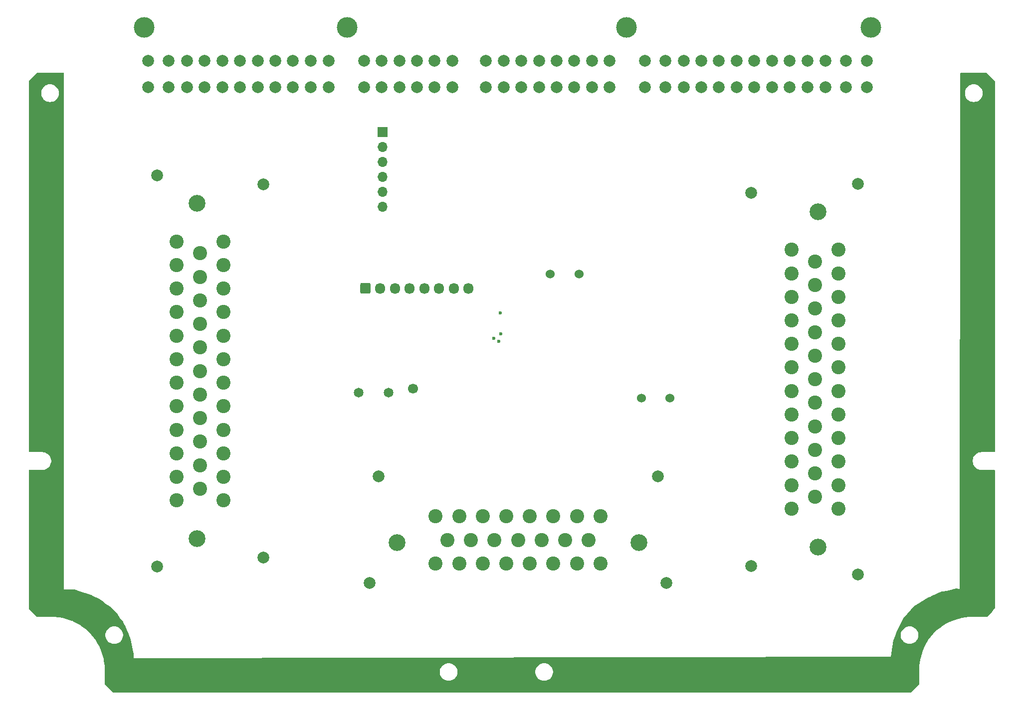
<source format=gbs>
G04 #@! TF.GenerationSoftware,KiCad,Pcbnew,7.0.10-7.0.10~ubuntu22.04.1*
G04 #@! TF.CreationDate,2024-01-11T23:20:31+00:00*
G04 #@! TF.ProjectId,test123,74657374-3132-4332-9e6b-696361645f70,a*
G04 #@! TF.SameCoordinates,Original*
G04 #@! TF.FileFunction,Soldermask,Bot*
G04 #@! TF.FilePolarity,Negative*
%FSLAX46Y46*%
G04 Gerber Fmt 4.6, Leading zero omitted, Abs format (unit mm)*
G04 Created by KiCad (PCBNEW 7.0.10-7.0.10~ubuntu22.04.1) date 2024-01-11 23:20:31*
%MOMM*%
%LPD*%
G01*
G04 APERTURE LIST*
%ADD10C,1.700000*%
%ADD11C,0.599999*%
%ADD12C,3.500000*%
%ADD13C,2.000000*%
%ADD14R,1.700000X1.700000*%
%ADD15O,1.700000X1.700000*%
%ADD16C,1.650000*%
%ADD17C,2.850000*%
%ADD18C,2.400000*%
%ADD19O,1.700000X1.850000*%
%ADD20C,1.524000*%
G04 APERTURE END LIST*
D10*
G04 #@! TO.C,P1*
X106698400Y76891600D03*
G04 #@! TD*
D11*
G04 #@! TO.C,M2*
X121248397Y84919925D03*
X120373395Y85444925D03*
X121548399Y86194923D03*
X121473396Y89744924D03*
G04 #@! TD*
D12*
G04 #@! TO.C,J1*
X61050000Y138300000D03*
X95500000Y138300000D03*
X142900000Y138300000D03*
X184350000Y138300000D03*
D13*
X183700000Y128100000D03*
X183700000Y132600000D03*
X180200000Y128100000D03*
X180200000Y132600000D03*
X176700000Y128100000D03*
X176700000Y132600000D03*
X173600000Y128100000D03*
X173600000Y132600000D03*
X170600000Y128100000D03*
X170600000Y132600000D03*
X167600000Y128100000D03*
X167600000Y132600000D03*
X164600000Y128100000D03*
X164600000Y132600000D03*
X161600000Y128100000D03*
X161600000Y132600000D03*
X158600000Y128100000D03*
X158600000Y132600000D03*
X155600000Y128100000D03*
X155600000Y132600000D03*
X152600000Y128100000D03*
X152600000Y132600000D03*
X149500000Y128100000D03*
X149500000Y132600000D03*
X146000000Y128100000D03*
X146000000Y132600000D03*
X140050000Y128100000D03*
X140050000Y132600000D03*
X137050000Y128100000D03*
X137050000Y132600000D03*
X134050000Y128100000D03*
X134050000Y132600000D03*
X131050000Y128100000D03*
X131050000Y132600000D03*
X128050000Y128100000D03*
X128050000Y132600000D03*
X125050000Y128100000D03*
X125050000Y132600000D03*
X122050000Y128100000D03*
X122050000Y132600000D03*
X119050000Y128100000D03*
X119050000Y132600000D03*
X113350000Y128100000D03*
X113350000Y132600000D03*
X110350000Y128100000D03*
X110350000Y132600000D03*
X107350000Y128100000D03*
X107350000Y132600000D03*
X104350000Y128100000D03*
X104350000Y132600000D03*
X101350000Y128100000D03*
X101350000Y132600000D03*
X98350000Y128100000D03*
X98350000Y132600000D03*
X92400000Y128100000D03*
X92400000Y132600000D03*
X89300000Y128100000D03*
X89300000Y132600000D03*
X86300000Y128100000D03*
X86300000Y132600000D03*
X83300000Y128100000D03*
X83300000Y132600000D03*
X80300000Y128100000D03*
X80300000Y132600000D03*
X77300000Y128100000D03*
X77300000Y132600000D03*
X74300000Y128100000D03*
X74300000Y132600000D03*
X71300000Y128100000D03*
X71300000Y132600000D03*
X68300000Y128100000D03*
X68300000Y132600000D03*
X65200000Y128100000D03*
X65200000Y132600000D03*
X61700000Y128100000D03*
X61700000Y132600000D03*
G04 #@! TD*
D14*
G04 #@! TO.C,J3*
X101523800Y120497600D03*
D15*
X101523800Y117957600D03*
X101523800Y115417600D03*
X101523800Y112877600D03*
X101523800Y110337600D03*
X101523800Y107797600D03*
G04 #@! TD*
D16*
G04 #@! TO.C,F3*
X97418400Y76181600D03*
X102498400Y76181600D03*
G04 #@! TD*
D13*
G04 #@! TO.C,J5*
X63200000Y113100000D03*
X81300000Y111600000D03*
D17*
X70000000Y108400000D03*
X70000000Y51400000D03*
D13*
X81300000Y48200000D03*
X63200000Y46700000D03*
D18*
X74500000Y101900000D03*
X74500000Y97900000D03*
X74500000Y93900000D03*
X74500000Y89900000D03*
X74500000Y85900000D03*
X74500000Y81900000D03*
X74500000Y77900000D03*
X74500000Y73900000D03*
X74500000Y69900000D03*
X74500000Y65900000D03*
X74500000Y61900000D03*
X74500000Y57900000D03*
X70500000Y99900000D03*
X70500000Y95900000D03*
X70500000Y91900000D03*
X70500000Y87900000D03*
X70500000Y83900000D03*
X70500000Y79900000D03*
X70500000Y75900000D03*
X70500000Y71900000D03*
X70500000Y67900000D03*
X70500000Y63900000D03*
X70500000Y59900000D03*
X66500000Y101900000D03*
X66500000Y97900000D03*
X66500000Y93900000D03*
X66500000Y89900000D03*
X66500000Y85900000D03*
X66500000Y81900000D03*
X66500000Y77900000D03*
X66500000Y73900000D03*
X66500000Y69900000D03*
X66500000Y65900000D03*
X66500000Y61900000D03*
X66500000Y57900000D03*
G04 #@! TD*
G04 #@! TO.C,J2*
G36*
G01*
X97733400Y93281500D02*
X97733400Y94631700D01*
G75*
G02*
X97983300Y94881600I249900J0D01*
G01*
X99183500Y94881600D01*
G75*
G02*
X99433400Y94631700I0J-249900D01*
G01*
X99433400Y93281500D01*
G75*
G02*
X99183500Y93031600I-249900J0D01*
G01*
X97983300Y93031600D01*
G75*
G02*
X97733400Y93281500I0J249900D01*
G01*
G37*
D19*
X101083400Y93956600D03*
X103583400Y93956600D03*
X106083400Y93956600D03*
X108583400Y93956600D03*
X111083400Y93956600D03*
X113583400Y93956600D03*
X116083400Y93956600D03*
G04 #@! TD*
D13*
G04 #@! TO.C,J6*
X99300000Y43900000D03*
X100800000Y62000000D03*
D17*
X104000000Y50700000D03*
X145000000Y50700000D03*
D13*
X148200000Y62000000D03*
X149700000Y43900000D03*
D18*
X110500000Y55200000D03*
X114500000Y55200000D03*
X118500000Y55200000D03*
X122500000Y55200000D03*
X126500000Y55200000D03*
X130500000Y55200000D03*
X134500000Y55200000D03*
X138500000Y55200000D03*
X112500000Y51200000D03*
X116500000Y51200000D03*
X120500000Y51200000D03*
X124500000Y51200000D03*
X128500000Y51200000D03*
X132500000Y51200000D03*
X136500000Y51200000D03*
X110500000Y47200000D03*
X114500000Y47200000D03*
X118500000Y47200000D03*
X122500000Y47200000D03*
X126500000Y47200000D03*
X130500000Y47200000D03*
X134500000Y47200000D03*
X138500000Y47200000D03*
G04 #@! TD*
D13*
G04 #@! TO.C,J4*
X182200000Y45300000D03*
X164100000Y46800000D03*
D17*
X175400000Y50000000D03*
X175400000Y107000000D03*
D13*
X164100000Y110200000D03*
X182200000Y111700000D03*
D18*
X170900000Y56500000D03*
X170900000Y60500000D03*
X170900000Y64500000D03*
X170900000Y68500000D03*
X170900000Y72500000D03*
X170900000Y76500000D03*
X170900000Y80500000D03*
X170900000Y84500000D03*
X170900000Y88500000D03*
X170900000Y92500000D03*
X170900000Y96500000D03*
X170900000Y100500000D03*
X174900000Y58500000D03*
X174900000Y62500000D03*
X174900000Y66500000D03*
X174900000Y70500000D03*
X174900000Y74500000D03*
X174900000Y78500000D03*
X174900000Y82500000D03*
X174900000Y86500000D03*
X174900000Y90500000D03*
X174900000Y94500000D03*
X174900000Y98500000D03*
X178900000Y56500000D03*
X178900000Y60500000D03*
X178900000Y64500000D03*
X178900000Y68500000D03*
X178900000Y72500000D03*
X178900000Y76500000D03*
X178900000Y80500000D03*
X178900000Y84500000D03*
X178900000Y88500000D03*
X178900000Y92500000D03*
X178900000Y96500000D03*
X178900000Y100500000D03*
G04 #@! TD*
D20*
G04 #@! TO.C,F2*
X145403400Y75285600D03*
X150303400Y75285600D03*
G04 #@! TD*
G04 #@! TO.C,F1*
X129928400Y96401600D03*
X134828400Y96401600D03*
G04 #@! TD*
G36*
X203986002Y130615169D02*
G01*
X204054112Y130595132D01*
X204075778Y130577513D01*
X205425089Y129205332D01*
X205458589Y129142736D01*
X205461248Y129116988D01*
X205461248Y66240777D01*
X205441246Y66172656D01*
X205387590Y66126163D01*
X205335609Y66114778D01*
X203161063Y66108548D01*
X203161020Y66108546D01*
X202914698Y66088058D01*
X202675070Y66027383D01*
X202675062Y66027380D01*
X202448705Y65928096D01*
X202448686Y65928086D01*
X202241758Y65792899D01*
X202241744Y65792888D01*
X202059890Y65625485D01*
X202059879Y65625473D01*
X201908055Y65430415D01*
X201908050Y65430407D01*
X201790403Y65213019D01*
X201790402Y65213016D01*
X201710136Y64979217D01*
X201710135Y64979215D01*
X201669449Y64735392D01*
X201669449Y64488209D01*
X201710135Y64244386D01*
X201710136Y64244384D01*
X201790402Y64010585D01*
X201790403Y64010582D01*
X201908050Y63793194D01*
X201908055Y63793186D01*
X202059879Y63598128D01*
X202059890Y63598116D01*
X202241744Y63430713D01*
X202241758Y63430702D01*
X202448686Y63295515D01*
X202448705Y63295505D01*
X202675062Y63196221D01*
X202675069Y63196218D01*
X202914697Y63135543D01*
X202914707Y63135542D01*
X203161036Y63115138D01*
X203161058Y63115137D01*
X205335248Y63115137D01*
X205403369Y63095135D01*
X205449862Y63041479D01*
X205461248Y62989137D01*
X205461248Y39608968D01*
X205441246Y39540847D01*
X205425866Y39521422D01*
X204929226Y39007358D01*
X204927704Y39005809D01*
X204083939Y38162042D01*
X204021626Y38128017D01*
X203994843Y38125137D01*
X201601249Y38125137D01*
X201012611Y38105786D01*
X200426526Y38048064D01*
X200426504Y38048061D01*
X199845441Y37952130D01*
X199271881Y37818397D01*
X198708288Y37647435D01*
X198157122Y37439995D01*
X198157115Y37439992D01*
X197620671Y37196935D01*
X197620656Y37196928D01*
X197462387Y37112334D01*
X197439976Y37103007D01*
X197370047Y37081537D01*
X197247557Y36998308D01*
X197236141Y36991404D01*
X197101256Y36919306D01*
X197101245Y36919300D01*
X196601130Y36608311D01*
X196601127Y36608309D01*
X196122404Y36265264D01*
X195903805Y36085868D01*
X195894688Y36079051D01*
X195388847Y35735336D01*
X194152156Y34242778D01*
X194152155Y34242777D01*
X193953437Y33861239D01*
X193948685Y33852906D01*
X193807031Y33625110D01*
X193529408Y33105718D01*
X193529402Y33105706D01*
X193286341Y32569265D01*
X193078882Y32018065D01*
X192907924Y31454500D01*
X192774188Y30880953D01*
X192678250Y30299875D01*
X192678248Y30299862D01*
X192620521Y29713776D01*
X192620520Y29713761D01*
X192601248Y29125123D01*
X192601248Y26731541D01*
X192581246Y26663420D01*
X192564343Y26642446D01*
X191223939Y25302042D01*
X191161627Y25268016D01*
X191134844Y25265137D01*
X55787651Y25265137D01*
X55719530Y25285139D01*
X55698556Y25302042D01*
X54358153Y26642445D01*
X54324127Y26704757D01*
X54321248Y26731540D01*
X54321248Y28641060D01*
X111223810Y28641060D01*
X111264655Y28396280D01*
X111264657Y28396273D01*
X111345232Y28161563D01*
X111345233Y28161561D01*
X111463345Y27943309D01*
X111463346Y27943308D01*
X111615776Y27747467D01*
X111798349Y27579397D01*
X112006103Y27443665D01*
X112006102Y27443665D01*
X112233360Y27343981D01*
X112233367Y27343978D01*
X112473925Y27283061D01*
X112721248Y27262566D01*
X112968570Y27283061D01*
X113209128Y27343978D01*
X113209135Y27343981D01*
X113436392Y27443665D01*
X113644146Y27579397D01*
X113826719Y27747467D01*
X113979149Y27943308D01*
X113979150Y27943309D01*
X114097262Y28161561D01*
X114097263Y28161563D01*
X114177838Y28396273D01*
X114177840Y28396280D01*
X114218686Y28641060D01*
X127423811Y28641060D01*
X127464656Y28396280D01*
X127464658Y28396273D01*
X127545233Y28161564D01*
X127545235Y28161562D01*
X127663346Y27943309D01*
X127663347Y27943308D01*
X127815767Y27747479D01*
X127815777Y27747468D01*
X127998350Y27579398D01*
X128206104Y27443666D01*
X128206103Y27443666D01*
X128433360Y27343982D01*
X128433367Y27343979D01*
X128673925Y27283062D01*
X128921248Y27262567D01*
X129168570Y27283062D01*
X129409128Y27343979D01*
X129409135Y27343982D01*
X129636391Y27443666D01*
X129844145Y27579398D01*
X130026718Y27747468D01*
X130026728Y27747479D01*
X130179148Y27943308D01*
X130179149Y27943309D01*
X130297260Y28161562D01*
X130297262Y28161564D01*
X130377837Y28396273D01*
X130377839Y28396280D01*
X130418685Y28641060D01*
X130421247Y28765136D01*
X130418685Y28889213D01*
X130377839Y29133993D01*
X130377837Y29134000D01*
X130297262Y29368709D01*
X130297260Y29368711D01*
X130179149Y29586964D01*
X130179148Y29586965D01*
X130026728Y29782794D01*
X130026718Y29782805D01*
X129844145Y29950875D01*
X129636391Y30086607D01*
X129636392Y30086607D01*
X129409135Y30186291D01*
X129409128Y30186294D01*
X129168570Y30247211D01*
X128921248Y30267705D01*
X128673925Y30247211D01*
X128433367Y30186294D01*
X128433360Y30186291D01*
X128206104Y30086607D01*
X127998350Y29950875D01*
X127815777Y29782805D01*
X127815767Y29782794D01*
X127663347Y29586965D01*
X127663346Y29586964D01*
X127545235Y29368711D01*
X127545233Y29368709D01*
X127464658Y29134000D01*
X127464656Y29133993D01*
X127423811Y28889213D01*
X127423811Y28641060D01*
X114218686Y28641060D01*
X114221248Y28765136D01*
X114218686Y28889213D01*
X114177840Y29133993D01*
X114177838Y29134000D01*
X114097263Y29368710D01*
X114097262Y29368712D01*
X113979150Y29586964D01*
X113979149Y29586965D01*
X113826719Y29782806D01*
X113644146Y29950876D01*
X113436392Y30086608D01*
X113436393Y30086608D01*
X113209135Y30186292D01*
X113209128Y30186295D01*
X112968570Y30247212D01*
X112721248Y30267706D01*
X112473925Y30247212D01*
X112233367Y30186295D01*
X112233360Y30186292D01*
X112006103Y30086608D01*
X111798349Y29950876D01*
X111615776Y29782806D01*
X111463346Y29586965D01*
X111463345Y29586964D01*
X111345233Y29368712D01*
X111345232Y29368710D01*
X111264657Y29134000D01*
X111264655Y29133993D01*
X111223810Y28889213D01*
X111223810Y28641060D01*
X54321248Y28641060D01*
X54321248Y29125149D01*
X54301964Y29713756D01*
X54244236Y30299868D01*
X54198979Y30573977D01*
X54197846Y30582742D01*
X54191677Y30648536D01*
X54143680Y30998238D01*
X54143679Y30998243D01*
X54069878Y31219644D01*
X54066703Y31230878D01*
X54014557Y31454518D01*
X53843603Y32018072D01*
X53636142Y32569280D01*
X53393084Y33105720D01*
X53393075Y33105737D01*
X53115453Y33625130D01*
X52804460Y34125248D01*
X52461409Y34603974D01*
X52461408Y34603975D01*
X52221846Y34895881D01*
X54463810Y34895881D01*
X54504655Y34651101D01*
X54504657Y34651094D01*
X54585232Y34416384D01*
X54585233Y34416382D01*
X54703345Y34198130D01*
X54703346Y34198129D01*
X54855776Y34002288D01*
X55038349Y33834218D01*
X55246103Y33698486D01*
X55246102Y33698486D01*
X55473360Y33598802D01*
X55473367Y33598799D01*
X55713925Y33537882D01*
X55961248Y33517387D01*
X56208570Y33537882D01*
X56449128Y33598799D01*
X56449135Y33598802D01*
X56676392Y33698486D01*
X56884146Y33834218D01*
X57066719Y34002288D01*
X57219149Y34198129D01*
X57219150Y34198130D01*
X57337262Y34416382D01*
X57337263Y34416384D01*
X57417838Y34651094D01*
X57417840Y34651101D01*
X57458686Y34895881D01*
X57461248Y35019957D01*
X57458686Y35144034D01*
X57417840Y35388814D01*
X57417838Y35388821D01*
X57337263Y35623531D01*
X57337262Y35623533D01*
X57219150Y35841785D01*
X57219149Y35841786D01*
X57066719Y36037627D01*
X56884146Y36205697D01*
X56676392Y36341429D01*
X56676393Y36341429D01*
X56449135Y36441113D01*
X56449128Y36441116D01*
X56208570Y36502033D01*
X55961248Y36522527D01*
X55713925Y36502033D01*
X55473367Y36441116D01*
X55473360Y36441113D01*
X55246103Y36341429D01*
X55038349Y36205697D01*
X54855776Y36037627D01*
X54703346Y35841786D01*
X54703345Y35841785D01*
X54585233Y35623533D01*
X54585232Y35623531D01*
X54504657Y35388821D01*
X54504655Y35388814D01*
X54463810Y35144034D01*
X54463810Y34895881D01*
X52221846Y34895881D01*
X52087785Y35059235D01*
X51685183Y35489089D01*
X51255336Y35891685D01*
X50800083Y36265302D01*
X50800082Y36265303D01*
X50534781Y36455416D01*
X50526880Y36461567D01*
X50304047Y36649736D01*
X49135650Y37310135D01*
X49135649Y37310136D01*
X48814944Y37418280D01*
X48803204Y37422906D01*
X48765390Y37440039D01*
X48214183Y37647500D01*
X47650617Y37818458D01*
X47583905Y37834013D01*
X47572256Y37837327D01*
X47473683Y37870567D01*
X47473655Y37870575D01*
X46722652Y38046736D01*
X46722647Y38046737D01*
X46393230Y38058502D01*
X46385378Y38059029D01*
X45909891Y38105862D01*
X45909873Y38105863D01*
X45321233Y38125136D01*
X42927651Y38125136D01*
X42859530Y38145138D01*
X42838556Y38162041D01*
X41501765Y39498833D01*
X41467739Y39561145D01*
X41464860Y39587964D01*
X41471492Y63000863D01*
X41491513Y63068978D01*
X41545182Y63115455D01*
X41597789Y63126827D01*
X43761250Y63121727D01*
X44007594Y63142086D01*
X44247232Y63202777D01*
X44473587Y63302072D01*
X44473591Y63302074D01*
X44680537Y63437285D01*
X44862399Y63604705D01*
X45014227Y63799780D01*
X45131873Y64017175D01*
X45131875Y64017178D01*
X45212136Y64250977D01*
X45212138Y64250983D01*
X45252824Y64494808D01*
X45252824Y64741993D01*
X45212138Y64985818D01*
X45212136Y64985824D01*
X45131875Y65219623D01*
X45131873Y65219626D01*
X45014227Y65437021D01*
X44862399Y65632096D01*
X44680537Y65799516D01*
X44473591Y65934727D01*
X44473587Y65934729D01*
X44247232Y66034024D01*
X44007594Y66094716D01*
X44007588Y66094717D01*
X43761267Y66115136D01*
X41598411Y66115136D01*
X41530290Y66135138D01*
X41483797Y66188794D01*
X41472411Y66241172D01*
X41489620Y126991061D01*
X43563810Y126991061D01*
X43604655Y126746281D01*
X43604657Y126746274D01*
X43685232Y126511564D01*
X43685233Y126511562D01*
X43803345Y126293310D01*
X43803346Y126293309D01*
X43955776Y126097468D01*
X44138349Y125929398D01*
X44346103Y125793666D01*
X44346102Y125793666D01*
X44573360Y125693982D01*
X44573367Y125693979D01*
X44813925Y125633062D01*
X45061248Y125612567D01*
X45308570Y125633062D01*
X45549128Y125693979D01*
X45549135Y125693982D01*
X45776392Y125793666D01*
X45984146Y125929398D01*
X46166719Y126097468D01*
X46319149Y126293309D01*
X46319150Y126293310D01*
X46437262Y126511562D01*
X46437263Y126511564D01*
X46517838Y126746274D01*
X46517840Y126746281D01*
X46558686Y126991061D01*
X46561248Y127115137D01*
X46558686Y127239214D01*
X46517840Y127483994D01*
X46517838Y127484001D01*
X46437263Y127718711D01*
X46437262Y127718713D01*
X46319150Y127936965D01*
X46319149Y127936966D01*
X46166719Y128132807D01*
X45984146Y128300877D01*
X45776392Y128436609D01*
X45776393Y128436609D01*
X45549135Y128536293D01*
X45549128Y128536296D01*
X45308570Y128597213D01*
X45061248Y128617707D01*
X44813925Y128597213D01*
X44573367Y128536296D01*
X44573360Y128536293D01*
X44346103Y128436609D01*
X44138349Y128300877D01*
X43955776Y128132807D01*
X43803346Y127936966D01*
X43803345Y127936965D01*
X43685233Y127718713D01*
X43685232Y127718711D01*
X43604657Y127484001D01*
X43604655Y127483994D01*
X43563810Y127239214D01*
X43563810Y126991061D01*
X41489620Y126991061D01*
X41490233Y129155819D01*
X41510254Y129223934D01*
X41526353Y129244087D01*
X42754778Y130494449D01*
X42755564Y130495242D01*
X42838558Y130578234D01*
X42900870Y130612258D01*
X42927652Y130615137D01*
X47282448Y130615137D01*
X47350569Y130595135D01*
X47397062Y130541479D01*
X47408448Y130489137D01*
X47408448Y42771137D01*
X49218327Y42745999D01*
X49255259Y42739926D01*
X50374585Y42378854D01*
X51256540Y42101667D01*
X52042709Y41861003D01*
X52069240Y41849402D01*
X52293951Y41718527D01*
X53417624Y41176064D01*
X53437739Y41163921D01*
X54149585Y40637774D01*
X54355356Y40517930D01*
X54378695Y40500428D01*
X54530875Y40355952D01*
X54530891Y40355939D01*
X55174267Y39880400D01*
X55186740Y39869866D01*
X56516766Y38590030D01*
X56534858Y38568191D01*
X56922026Y37976051D01*
X57378745Y37450825D01*
X57398207Y37420644D01*
X57663172Y36842536D01*
X57663178Y36842525D01*
X57815714Y36609235D01*
X57827062Y36587529D01*
X58180254Y35714358D01*
X58227072Y35612210D01*
X58230360Y35604343D01*
X58312952Y35386296D01*
X58732323Y34349520D01*
X58739167Y34326493D01*
X58765695Y34191058D01*
X58859842Y33942511D01*
X58865906Y33920821D01*
X59116972Y32565065D01*
X59118361Y32555545D01*
X59157369Y32191465D01*
X59157371Y32191449D01*
X59217518Y31884385D01*
X59219793Y31864507D01*
X59232791Y31487537D01*
X59232793Y31487510D01*
X59270244Y31137968D01*
X59421589Y31138146D01*
X187819647Y31315737D01*
X188223525Y34117635D01*
X188233290Y34151267D01*
X188567606Y34895881D01*
X189463810Y34895881D01*
X189504655Y34651101D01*
X189504657Y34651094D01*
X189585232Y34416384D01*
X189585233Y34416382D01*
X189703345Y34198130D01*
X189703346Y34198129D01*
X189855776Y34002288D01*
X190038349Y33834218D01*
X190246103Y33698486D01*
X190246102Y33698486D01*
X190473360Y33598802D01*
X190473367Y33598799D01*
X190713925Y33537882D01*
X190961248Y33517387D01*
X191208570Y33537882D01*
X191449128Y33598799D01*
X191449135Y33598802D01*
X191676392Y33698486D01*
X191884146Y33834218D01*
X192066719Y34002288D01*
X192219149Y34198129D01*
X192219150Y34198130D01*
X192337262Y34416382D01*
X192337263Y34416384D01*
X192417838Y34651094D01*
X192417840Y34651101D01*
X192458686Y34895881D01*
X192461248Y35019957D01*
X192458686Y35144034D01*
X192417840Y35388814D01*
X192417838Y35388821D01*
X192337263Y35623531D01*
X192337262Y35623533D01*
X192219150Y35841785D01*
X192219149Y35841786D01*
X192066719Y36037627D01*
X191884146Y36205697D01*
X191676392Y36341429D01*
X191676393Y36341429D01*
X191449135Y36441113D01*
X191449128Y36441116D01*
X191208570Y36502033D01*
X190961248Y36522527D01*
X190713925Y36502033D01*
X190473367Y36441116D01*
X190473360Y36441113D01*
X190246103Y36341429D01*
X190038349Y36205697D01*
X189855776Y36037627D01*
X189703346Y35841786D01*
X189703345Y35841785D01*
X189585233Y35623533D01*
X189585232Y35623531D01*
X189504657Y35388821D01*
X189504655Y35388814D01*
X189463810Y35144034D01*
X189463810Y34895881D01*
X188567606Y34895881D01*
X188569854Y34900889D01*
X188755225Y35667085D01*
X188768376Y35700113D01*
X189508260Y36990975D01*
X189894259Y37850700D01*
X189915874Y37883741D01*
X191870696Y40039056D01*
X191900279Y40063091D01*
X192741095Y40556263D01*
X192743918Y40558236D01*
X192754533Y40565840D01*
X194136262Y41420000D01*
X194152883Y41428637D01*
X194433355Y41548839D01*
X194515066Y41596765D01*
X194536356Y41606712D01*
X194730622Y41676240D01*
X196441696Y42409557D01*
X196470616Y42418031D01*
X197293853Y42555238D01*
X198848410Y42943877D01*
X198889434Y42947204D01*
X199478247Y42898137D01*
X199575661Y126991061D01*
X200363810Y126991061D01*
X200404655Y126746281D01*
X200404657Y126746274D01*
X200485232Y126511564D01*
X200485233Y126511562D01*
X200603345Y126293310D01*
X200603346Y126293309D01*
X200755776Y126097468D01*
X200938349Y125929398D01*
X201146103Y125793666D01*
X201146102Y125793666D01*
X201373360Y125693982D01*
X201373367Y125693979D01*
X201613925Y125633062D01*
X201861248Y125612567D01*
X202108570Y125633062D01*
X202349128Y125693979D01*
X202349135Y125693982D01*
X202576392Y125793666D01*
X202784146Y125929398D01*
X202966719Y126097468D01*
X203119149Y126293309D01*
X203119150Y126293310D01*
X203237262Y126511562D01*
X203237263Y126511564D01*
X203317838Y126746274D01*
X203317840Y126746281D01*
X203358686Y126991061D01*
X203361248Y127115137D01*
X203358686Y127239214D01*
X203317840Y127483994D01*
X203317838Y127484001D01*
X203237263Y127718711D01*
X203237262Y127718713D01*
X203119150Y127936965D01*
X203119149Y127936966D01*
X202966719Y128132807D01*
X202784146Y128300877D01*
X202576392Y128436609D01*
X202576393Y128436609D01*
X202349135Y128536293D01*
X202349128Y128536296D01*
X202108570Y128597213D01*
X201861248Y128617707D01*
X201613925Y128597213D01*
X201373367Y128536296D01*
X201373360Y128536293D01*
X201146103Y128436609D01*
X200938349Y128300877D01*
X200755776Y128132807D01*
X200603346Y127936966D01*
X200603345Y127936965D01*
X200485233Y127718713D01*
X200485232Y127718711D01*
X200404657Y127484001D01*
X200404655Y127483994D01*
X200363810Y127239214D01*
X200363810Y126991061D01*
X199575661Y126991061D01*
X199579703Y130479920D01*
X199599784Y130548017D01*
X199653494Y130594448D01*
X199704255Y130605766D01*
X200669907Y130616866D01*
X200671420Y130616874D01*
X203986002Y130615169D01*
G37*
G36*
X203986002Y130615169D02*
G01*
X204054112Y130595132D01*
X204075778Y130577513D01*
X205425089Y129205332D01*
X205458589Y129142736D01*
X205461248Y129116988D01*
X205461248Y66240777D01*
X205441246Y66172656D01*
X205387590Y66126163D01*
X205335609Y66114778D01*
X203161063Y66108548D01*
X203161020Y66108546D01*
X202914698Y66088058D01*
X202675070Y66027383D01*
X202675062Y66027380D01*
X202448705Y65928096D01*
X202448686Y65928086D01*
X202241758Y65792899D01*
X202241744Y65792888D01*
X202059890Y65625485D01*
X202059879Y65625473D01*
X201908055Y65430415D01*
X201908050Y65430407D01*
X201790403Y65213019D01*
X201790402Y65213016D01*
X201710136Y64979217D01*
X201710135Y64979215D01*
X201669449Y64735392D01*
X201669449Y64488209D01*
X201710135Y64244386D01*
X201710136Y64244384D01*
X201790402Y64010585D01*
X201790403Y64010582D01*
X201908050Y63793194D01*
X201908055Y63793186D01*
X202059879Y63598128D01*
X202059890Y63598116D01*
X202241744Y63430713D01*
X202241758Y63430702D01*
X202448686Y63295515D01*
X202448705Y63295505D01*
X202675062Y63196221D01*
X202675069Y63196218D01*
X202914697Y63135543D01*
X202914707Y63135542D01*
X203161036Y63115138D01*
X203161058Y63115137D01*
X205335248Y63115137D01*
X205403369Y63095135D01*
X205449862Y63041479D01*
X205461248Y62989137D01*
X205461248Y39608968D01*
X205441246Y39540847D01*
X205425866Y39521422D01*
X204929226Y39007358D01*
X204927704Y39005809D01*
X204083939Y38162042D01*
X204021626Y38128017D01*
X203994843Y38125137D01*
X201601249Y38125137D01*
X201012611Y38105786D01*
X200426526Y38048064D01*
X200426504Y38048061D01*
X199845441Y37952130D01*
X199271881Y37818397D01*
X198708288Y37647435D01*
X198157122Y37439995D01*
X198157115Y37439992D01*
X197620671Y37196935D01*
X197620656Y37196928D01*
X197462387Y37112334D01*
X197439976Y37103007D01*
X197370047Y37081537D01*
X197247557Y36998308D01*
X197236141Y36991404D01*
X197101256Y36919306D01*
X197101245Y36919300D01*
X196601130Y36608311D01*
X196601127Y36608309D01*
X196122404Y36265264D01*
X195903805Y36085868D01*
X195894688Y36079051D01*
X195388847Y35735336D01*
X194152156Y34242778D01*
X194152155Y34242777D01*
X193953437Y33861239D01*
X193948685Y33852906D01*
X193807031Y33625110D01*
X193529408Y33105718D01*
X193529402Y33105706D01*
X193286341Y32569265D01*
X193078882Y32018065D01*
X192907924Y31454500D01*
X192774188Y30880953D01*
X192678250Y30299875D01*
X192678248Y30299862D01*
X192620521Y29713776D01*
X192620520Y29713761D01*
X192601248Y29125123D01*
X192601248Y26731541D01*
X192581246Y26663420D01*
X192564343Y26642446D01*
X191223939Y25302042D01*
X191161627Y25268016D01*
X191134844Y25265137D01*
X55787651Y25265137D01*
X55719530Y25285139D01*
X55698556Y25302042D01*
X54358153Y26642445D01*
X54324127Y26704757D01*
X54321248Y26731540D01*
X54321248Y28641060D01*
X111223810Y28641060D01*
X111264655Y28396280D01*
X111264657Y28396273D01*
X111345232Y28161563D01*
X111345233Y28161561D01*
X111463345Y27943309D01*
X111463346Y27943308D01*
X111615776Y27747467D01*
X111798349Y27579397D01*
X112006103Y27443665D01*
X112006102Y27443665D01*
X112233360Y27343981D01*
X112233367Y27343978D01*
X112473925Y27283061D01*
X112721248Y27262566D01*
X112968570Y27283061D01*
X113209128Y27343978D01*
X113209135Y27343981D01*
X113436392Y27443665D01*
X113644146Y27579397D01*
X113826719Y27747467D01*
X113979149Y27943308D01*
X113979150Y27943309D01*
X114097262Y28161561D01*
X114097263Y28161563D01*
X114177838Y28396273D01*
X114177840Y28396280D01*
X114218686Y28641060D01*
X127423811Y28641060D01*
X127464656Y28396280D01*
X127464658Y28396273D01*
X127545233Y28161564D01*
X127545235Y28161562D01*
X127663346Y27943309D01*
X127663347Y27943308D01*
X127815767Y27747479D01*
X127815777Y27747468D01*
X127998350Y27579398D01*
X128206104Y27443666D01*
X128206103Y27443666D01*
X128433360Y27343982D01*
X128433367Y27343979D01*
X128673925Y27283062D01*
X128921248Y27262567D01*
X129168570Y27283062D01*
X129409128Y27343979D01*
X129409135Y27343982D01*
X129636391Y27443666D01*
X129844145Y27579398D01*
X130026718Y27747468D01*
X130026728Y27747479D01*
X130179148Y27943308D01*
X130179149Y27943309D01*
X130297260Y28161562D01*
X130297262Y28161564D01*
X130377837Y28396273D01*
X130377839Y28396280D01*
X130418685Y28641060D01*
X130421247Y28765136D01*
X130418685Y28889213D01*
X130377839Y29133993D01*
X130377837Y29134000D01*
X130297262Y29368709D01*
X130297260Y29368711D01*
X130179149Y29586964D01*
X130179148Y29586965D01*
X130026728Y29782794D01*
X130026718Y29782805D01*
X129844145Y29950875D01*
X129636391Y30086607D01*
X129636392Y30086607D01*
X129409135Y30186291D01*
X129409128Y30186294D01*
X129168570Y30247211D01*
X128921248Y30267705D01*
X128673925Y30247211D01*
X128433367Y30186294D01*
X128433360Y30186291D01*
X128206104Y30086607D01*
X127998350Y29950875D01*
X127815777Y29782805D01*
X127815767Y29782794D01*
X127663347Y29586965D01*
X127663346Y29586964D01*
X127545235Y29368711D01*
X127545233Y29368709D01*
X127464658Y29134000D01*
X127464656Y29133993D01*
X127423811Y28889213D01*
X127423811Y28641060D01*
X114218686Y28641060D01*
X114221248Y28765136D01*
X114218686Y28889213D01*
X114177840Y29133993D01*
X114177838Y29134000D01*
X114097263Y29368710D01*
X114097262Y29368712D01*
X113979150Y29586964D01*
X113979149Y29586965D01*
X113826719Y29782806D01*
X113644146Y29950876D01*
X113436392Y30086608D01*
X113436393Y30086608D01*
X113209135Y30186292D01*
X113209128Y30186295D01*
X112968570Y30247212D01*
X112721248Y30267706D01*
X112473925Y30247212D01*
X112233367Y30186295D01*
X112233360Y30186292D01*
X112006103Y30086608D01*
X111798349Y29950876D01*
X111615776Y29782806D01*
X111463346Y29586965D01*
X111463345Y29586964D01*
X111345233Y29368712D01*
X111345232Y29368710D01*
X111264657Y29134000D01*
X111264655Y29133993D01*
X111223810Y28889213D01*
X111223810Y28641060D01*
X54321248Y28641060D01*
X54321248Y29125149D01*
X54301964Y29713756D01*
X54244236Y30299868D01*
X54198979Y30573977D01*
X54197846Y30582742D01*
X54191677Y30648536D01*
X54143680Y30998238D01*
X54143679Y30998243D01*
X54069878Y31219644D01*
X54066703Y31230878D01*
X54014557Y31454518D01*
X53843603Y32018072D01*
X53636142Y32569280D01*
X53393084Y33105720D01*
X53393075Y33105737D01*
X53115453Y33625130D01*
X52804460Y34125248D01*
X52461409Y34603974D01*
X52461408Y34603975D01*
X52221846Y34895881D01*
X54463810Y34895881D01*
X54504655Y34651101D01*
X54504657Y34651094D01*
X54585232Y34416384D01*
X54585233Y34416382D01*
X54703345Y34198130D01*
X54703346Y34198129D01*
X54855776Y34002288D01*
X55038349Y33834218D01*
X55246103Y33698486D01*
X55246102Y33698486D01*
X55473360Y33598802D01*
X55473367Y33598799D01*
X55713925Y33537882D01*
X55961248Y33517387D01*
X56208570Y33537882D01*
X56449128Y33598799D01*
X56449135Y33598802D01*
X56676392Y33698486D01*
X56884146Y33834218D01*
X57066719Y34002288D01*
X57219149Y34198129D01*
X57219150Y34198130D01*
X57337262Y34416382D01*
X57337263Y34416384D01*
X57417838Y34651094D01*
X57417840Y34651101D01*
X57458686Y34895881D01*
X57461248Y35019957D01*
X57458686Y35144034D01*
X57417840Y35388814D01*
X57417838Y35388821D01*
X57337263Y35623531D01*
X57337262Y35623533D01*
X57219150Y35841785D01*
X57219149Y35841786D01*
X57066719Y36037627D01*
X56884146Y36205697D01*
X56676392Y36341429D01*
X56676393Y36341429D01*
X56449135Y36441113D01*
X56449128Y36441116D01*
X56208570Y36502033D01*
X55961248Y36522527D01*
X55713925Y36502033D01*
X55473367Y36441116D01*
X55473360Y36441113D01*
X55246103Y36341429D01*
X55038349Y36205697D01*
X54855776Y36037627D01*
X54703346Y35841786D01*
X54703345Y35841785D01*
X54585233Y35623533D01*
X54585232Y35623531D01*
X54504657Y35388821D01*
X54504655Y35388814D01*
X54463810Y35144034D01*
X54463810Y34895881D01*
X52221846Y34895881D01*
X52087785Y35059235D01*
X51685183Y35489089D01*
X51255336Y35891685D01*
X50800083Y36265302D01*
X50800082Y36265303D01*
X50534781Y36455416D01*
X50526880Y36461567D01*
X50304047Y36649736D01*
X49135650Y37310135D01*
X49135649Y37310136D01*
X48814944Y37418280D01*
X48803204Y37422906D01*
X48765390Y37440039D01*
X48214183Y37647500D01*
X47650617Y37818458D01*
X47583905Y37834013D01*
X47572256Y37837327D01*
X47473683Y37870567D01*
X47473655Y37870575D01*
X46722652Y38046736D01*
X46722647Y38046737D01*
X46393230Y38058502D01*
X46385378Y38059029D01*
X45909891Y38105862D01*
X45909873Y38105863D01*
X45321233Y38125136D01*
X42927651Y38125136D01*
X42859530Y38145138D01*
X42838556Y38162041D01*
X41501765Y39498833D01*
X41467739Y39561145D01*
X41464860Y39587964D01*
X41471492Y63000863D01*
X41491513Y63068978D01*
X41545182Y63115455D01*
X41597789Y63126827D01*
X43761250Y63121727D01*
X44007594Y63142086D01*
X44247232Y63202777D01*
X44473587Y63302072D01*
X44473591Y63302074D01*
X44680537Y63437285D01*
X44862399Y63604705D01*
X45014227Y63799780D01*
X45131873Y64017175D01*
X45131875Y64017178D01*
X45212136Y64250977D01*
X45212138Y64250983D01*
X45252824Y64494808D01*
X45252824Y64741993D01*
X45212138Y64985818D01*
X45212136Y64985824D01*
X45131875Y65219623D01*
X45131873Y65219626D01*
X45014227Y65437021D01*
X44862399Y65632096D01*
X44680537Y65799516D01*
X44473591Y65934727D01*
X44473587Y65934729D01*
X44247232Y66034024D01*
X44007594Y66094716D01*
X44007588Y66094717D01*
X43761267Y66115136D01*
X41598411Y66115136D01*
X41530290Y66135138D01*
X41483797Y66188794D01*
X41472411Y66241172D01*
X41489620Y126991061D01*
X43563810Y126991061D01*
X43604655Y126746281D01*
X43604657Y126746274D01*
X43685232Y126511564D01*
X43685233Y126511562D01*
X43803345Y126293310D01*
X43803346Y126293309D01*
X43955776Y126097468D01*
X44138349Y125929398D01*
X44346103Y125793666D01*
X44346102Y125793666D01*
X44573360Y125693982D01*
X44573367Y125693979D01*
X44813925Y125633062D01*
X45061248Y125612567D01*
X45308570Y125633062D01*
X45549128Y125693979D01*
X45549135Y125693982D01*
X45776392Y125793666D01*
X45984146Y125929398D01*
X46166719Y126097468D01*
X46319149Y126293309D01*
X46319150Y126293310D01*
X46437262Y126511562D01*
X46437263Y126511564D01*
X46517838Y126746274D01*
X46517840Y126746281D01*
X46558686Y126991061D01*
X46561248Y127115137D01*
X46558686Y127239214D01*
X46517840Y127483994D01*
X46517838Y127484001D01*
X46437263Y127718711D01*
X46437262Y127718713D01*
X46319150Y127936965D01*
X46319149Y127936966D01*
X46166719Y128132807D01*
X45984146Y128300877D01*
X45776392Y128436609D01*
X45776393Y128436609D01*
X45549135Y128536293D01*
X45549128Y128536296D01*
X45308570Y128597213D01*
X45061248Y128617707D01*
X44813925Y128597213D01*
X44573367Y128536296D01*
X44573360Y128536293D01*
X44346103Y128436609D01*
X44138349Y128300877D01*
X43955776Y128132807D01*
X43803346Y127936966D01*
X43803345Y127936965D01*
X43685233Y127718713D01*
X43685232Y127718711D01*
X43604657Y127484001D01*
X43604655Y127483994D01*
X43563810Y127239214D01*
X43563810Y126991061D01*
X41489620Y126991061D01*
X41490233Y129155819D01*
X41510254Y129223934D01*
X41526353Y129244087D01*
X42754778Y130494449D01*
X42755564Y130495242D01*
X42838558Y130578234D01*
X42900870Y130612258D01*
X42927652Y130615137D01*
X47282448Y130615137D01*
X47350569Y130595135D01*
X47397062Y130541479D01*
X47408448Y130489137D01*
X47408448Y42771137D01*
X49218327Y42745999D01*
X49255259Y42739926D01*
X50374585Y42378854D01*
X51256540Y42101667D01*
X52042709Y41861003D01*
X52069240Y41849402D01*
X52293951Y41718527D01*
X53417624Y41176064D01*
X53437739Y41163921D01*
X54149585Y40637774D01*
X54355356Y40517930D01*
X54378695Y40500428D01*
X54530875Y40355952D01*
X54530891Y40355939D01*
X55174267Y39880400D01*
X55186740Y39869866D01*
X56516766Y38590030D01*
X56534858Y38568191D01*
X56922026Y37976051D01*
X57378745Y37450825D01*
X57398207Y37420644D01*
X57663172Y36842536D01*
X57663178Y36842525D01*
X57815714Y36609235D01*
X57827062Y36587529D01*
X58180254Y35714358D01*
X58227072Y35612210D01*
X58230360Y35604343D01*
X58312952Y35386296D01*
X58732323Y34349520D01*
X58739167Y34326493D01*
X58765695Y34191058D01*
X58859842Y33942511D01*
X58865906Y33920821D01*
X59116972Y32565065D01*
X59118361Y32555545D01*
X59157369Y32191465D01*
X59157371Y32191449D01*
X59217518Y31884385D01*
X59219793Y31864507D01*
X59232791Y31487537D01*
X59232793Y31487510D01*
X59270244Y31137968D01*
X59421589Y31138146D01*
X187819647Y31315737D01*
X188223525Y34117635D01*
X188233290Y34151267D01*
X188567606Y34895881D01*
X189463810Y34895881D01*
X189504655Y34651101D01*
X189504657Y34651094D01*
X189585232Y34416384D01*
X189585233Y34416382D01*
X189703345Y34198130D01*
X189703346Y34198129D01*
X189855776Y34002288D01*
X190038349Y33834218D01*
X190246103Y33698486D01*
X190246102Y33698486D01*
X190473360Y33598802D01*
X190473367Y33598799D01*
X190713925Y33537882D01*
X190961248Y33517387D01*
X191208570Y33537882D01*
X191449128Y33598799D01*
X191449135Y33598802D01*
X191676392Y33698486D01*
X191884146Y33834218D01*
X192066719Y34002288D01*
X192219149Y34198129D01*
X192219150Y34198130D01*
X192337262Y34416382D01*
X192337263Y34416384D01*
X192417838Y34651094D01*
X192417840Y34651101D01*
X192458686Y34895881D01*
X192461248Y35019957D01*
X192458686Y35144034D01*
X192417840Y35388814D01*
X192417838Y35388821D01*
X192337263Y35623531D01*
X192337262Y35623533D01*
X192219150Y35841785D01*
X192219149Y35841786D01*
X192066719Y36037627D01*
X191884146Y36205697D01*
X191676392Y36341429D01*
X191676393Y36341429D01*
X191449135Y36441113D01*
X191449128Y36441116D01*
X191208570Y36502033D01*
X190961248Y36522527D01*
X190713925Y36502033D01*
X190473367Y36441116D01*
X190473360Y36441113D01*
X190246103Y36341429D01*
X190038349Y36205697D01*
X189855776Y36037627D01*
X189703346Y35841786D01*
X189703345Y35841785D01*
X189585233Y35623533D01*
X189585232Y35623531D01*
X189504657Y35388821D01*
X189504655Y35388814D01*
X189463810Y35144034D01*
X189463810Y34895881D01*
X188567606Y34895881D01*
X188569854Y34900889D01*
X188755225Y35667085D01*
X188768376Y35700113D01*
X189508260Y36990975D01*
X189894259Y37850700D01*
X189915874Y37883741D01*
X191870696Y40039056D01*
X191900279Y40063091D01*
X192741095Y40556263D01*
X192743918Y40558236D01*
X192754533Y40565840D01*
X194136262Y41420000D01*
X194152883Y41428637D01*
X194433355Y41548839D01*
X194515066Y41596765D01*
X194536356Y41606712D01*
X194730622Y41676240D01*
X196441696Y42409557D01*
X196470616Y42418031D01*
X197293853Y42555238D01*
X198848410Y42943877D01*
X198889434Y42947204D01*
X199478247Y42898137D01*
X199575661Y126991061D01*
X200363810Y126991061D01*
X200404655Y126746281D01*
X200404657Y126746274D01*
X200485232Y126511564D01*
X200485233Y126511562D01*
X200603345Y126293310D01*
X200603346Y126293309D01*
X200755776Y126097468D01*
X200938349Y125929398D01*
X201146103Y125793666D01*
X201146102Y125793666D01*
X201373360Y125693982D01*
X201373367Y125693979D01*
X201613925Y125633062D01*
X201861248Y125612567D01*
X202108570Y125633062D01*
X202349128Y125693979D01*
X202349135Y125693982D01*
X202576392Y125793666D01*
X202784146Y125929398D01*
X202966719Y126097468D01*
X203119149Y126293309D01*
X203119150Y126293310D01*
X203237262Y126511562D01*
X203237263Y126511564D01*
X203317838Y126746274D01*
X203317840Y126746281D01*
X203358686Y126991061D01*
X203361248Y127115137D01*
X203358686Y127239214D01*
X203317840Y127483994D01*
X203317838Y127484001D01*
X203237263Y127718711D01*
X203237262Y127718713D01*
X203119150Y127936965D01*
X203119149Y127936966D01*
X202966719Y128132807D01*
X202784146Y128300877D01*
X202576392Y128436609D01*
X202576393Y128436609D01*
X202349135Y128536293D01*
X202349128Y128536296D01*
X202108570Y128597213D01*
X201861248Y128617707D01*
X201613925Y128597213D01*
X201373367Y128536296D01*
X201373360Y128536293D01*
X201146103Y128436609D01*
X200938349Y128300877D01*
X200755776Y128132807D01*
X200603346Y127936966D01*
X200603345Y127936965D01*
X200485233Y127718713D01*
X200485232Y127718711D01*
X200404657Y127484001D01*
X200404655Y127483994D01*
X200363810Y127239214D01*
X200363810Y126991061D01*
X199575661Y126991061D01*
X199579703Y130479920D01*
X199599784Y130548017D01*
X199653494Y130594448D01*
X199704255Y130605766D01*
X200669907Y130616866D01*
X200671420Y130616874D01*
X203986002Y130615169D01*
G37*
M02*

</source>
